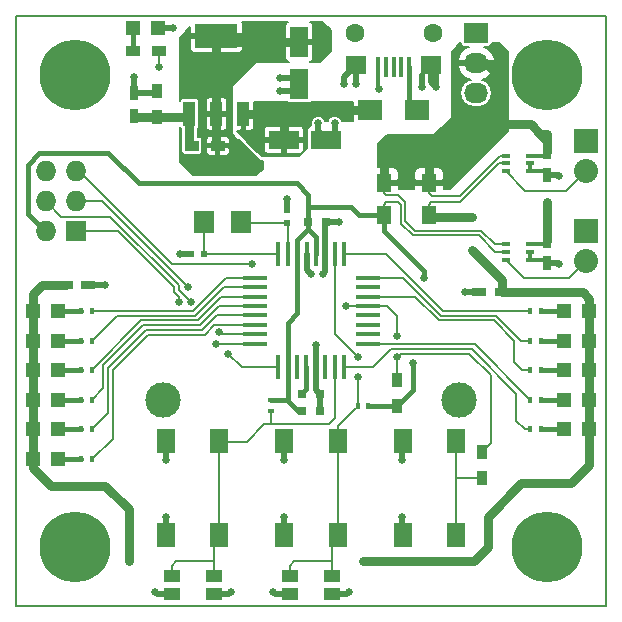
<source format=gtl>
%FSLAX46Y46*%
G04 Gerber Fmt 4.6, Leading zero omitted, Abs format (unit mm)*
G04 Created by KiCad (PCBNEW (2014-jul-16 BZR unknown)-product) date Thu 06 Nov 2014 11:15:42 PM PST*
%MOMM*%
G01*
G04 APERTURE LIST*
%ADD10C,0.100000*%
%ADD11C,0.150000*%
%ADD12R,1.200000X0.750000*%
%ADD13R,0.750000X1.200000*%
%ADD14R,0.800000X0.750000*%
%ADD15R,2.600960X1.600200*%
%ADD16R,1.600200X2.600960*%
%ADD17R,1.198880X1.198880*%
%ADD18R,2.000000X1.700000*%
%ADD19R,2.032000X1.727200*%
%ADD20O,2.032000X1.727200*%
%ADD21C,6.000000*%
%ADD22R,1.727200X1.727200*%
%ADD23O,1.727200X1.727200*%
%ADD24C,1.600000*%
%ADD25R,0.400000X1.750000*%
%ADD26R,1.800000X1.600000*%
%ADD27R,2.032000X2.032000*%
%ADD28O,2.032000X2.032000*%
%ADD29C,2.999740*%
%ADD30R,0.400000X0.600000*%
%ADD31R,0.600000X0.400000*%
%ADD32R,1.200000X0.900000*%
%ADD33R,1.300000X1.500000*%
%ADD34R,0.900000X1.200000*%
%ADD35R,0.449580X1.998980*%
%ADD36R,1.998980X0.449580*%
%ADD37R,0.660400X0.406400*%
%ADD38R,1.700000X1.900000*%
%ADD39R,1.500000X2.000000*%
%ADD40R,0.600000X0.500000*%
%ADD41R,0.500000X0.600000*%
%ADD42C,0.100000*%
%ADD43R,1.400000X1.050000*%
%ADD44R,3.657600X2.032000*%
%ADD45R,1.016000X2.032000*%
%ADD46C,0.635000*%
%ADD47C,0.508000*%
%ADD48C,0.304800*%
%ADD49C,0.406400*%
%ADD50C,0.203200*%
%ADD51C,0.762000*%
G04 APERTURE END LIST*
D10*
D11*
X0Y0D02*
X0Y50000000D01*
X50000000Y0D02*
X0Y0D01*
X50000000Y50000000D02*
X0Y50000000D01*
X50000000Y0D02*
X50000000Y50000000D01*
D12*
X41150000Y26600000D03*
X39250000Y26600000D03*
D13*
X45000000Y30950000D03*
X45000000Y29050000D03*
D14*
X24750000Y32500000D03*
X26250000Y32500000D03*
X24250000Y16500000D03*
X25750000Y16500000D03*
X24250000Y18000000D03*
X25750000Y18000000D03*
D12*
X4250000Y27200000D03*
X6150000Y27200000D03*
D15*
X22699140Y39500000D03*
X26300860Y39500000D03*
D13*
X10000000Y41550000D03*
X10000000Y43450000D03*
X45000000Y38450000D03*
X45000000Y36550000D03*
D16*
X24000000Y47800860D03*
X24000000Y44199140D03*
D17*
X9950980Y49000000D03*
X12049020Y49000000D03*
X48549020Y15000000D03*
X46450980Y15000000D03*
X48549020Y17500000D03*
X46450980Y17500000D03*
X48549020Y20000000D03*
X46450980Y20000000D03*
X48549020Y22500000D03*
X46450980Y22500000D03*
X48549020Y25000000D03*
X46450980Y25000000D03*
X1450980Y25000000D03*
X3549020Y25000000D03*
X1450980Y22500000D03*
X3549020Y22500000D03*
X1450980Y20000000D03*
X3549020Y20000000D03*
X1450980Y17500000D03*
X3549020Y17500000D03*
X1450980Y15000000D03*
X3549020Y15000000D03*
X1450980Y12500000D03*
X3549020Y12500000D03*
D18*
X34000000Y42000000D03*
X30000000Y42000000D03*
D19*
X39000000Y48540000D03*
D20*
X39000000Y46000000D03*
X39000000Y43460000D03*
D21*
X45000000Y5000000D03*
X5000000Y5000000D03*
X5000000Y45000000D03*
X45000000Y45000000D03*
D22*
X5080000Y31750000D03*
D23*
X2540000Y31750000D03*
X5080000Y34290000D03*
X2540000Y34290000D03*
X5080000Y36830000D03*
X2540000Y36830000D03*
D24*
X28700000Y48500000D03*
X35300000Y48500000D03*
D25*
X32000000Y45625000D03*
X31350000Y45625000D03*
X30700000Y45625000D03*
X33300000Y45625000D03*
X32650000Y45625000D03*
D26*
X28800000Y45825000D03*
X35200000Y45825000D03*
D27*
X48260000Y39370000D03*
D28*
X48260000Y36830000D03*
D27*
X48260000Y31750000D03*
D28*
X48260000Y29210000D03*
D29*
X37500000Y17500000D03*
X12500000Y17500000D03*
D30*
X6450000Y25000000D03*
X5550000Y25000000D03*
X6450000Y22500000D03*
X5550000Y22500000D03*
X6450000Y20000000D03*
X5550000Y20000000D03*
X6450000Y17500000D03*
X5550000Y17500000D03*
X6450000Y15000000D03*
X5550000Y15000000D03*
X6450000Y12500000D03*
X5550000Y12500000D03*
X43550000Y15000000D03*
X44450000Y15000000D03*
X43550000Y17500000D03*
X44450000Y17500000D03*
X43550000Y20000000D03*
X44450000Y20000000D03*
X43550000Y22500000D03*
X44450000Y22500000D03*
X44450000Y25000000D03*
X43550000Y25000000D03*
X28950000Y17000000D03*
X29850000Y17000000D03*
D31*
X21600000Y16550000D03*
X21600000Y17450000D03*
D32*
X12100000Y47000000D03*
X9900000Y47000000D03*
D33*
X31200000Y35850000D03*
X31200000Y33150000D03*
X35000000Y35850000D03*
X35000000Y33150000D03*
D32*
X17100000Y39000000D03*
X14900000Y39000000D03*
D34*
X12000000Y41400000D03*
X12000000Y43600000D03*
X32300000Y19200000D03*
X32300000Y17000000D03*
X39500000Y10900000D03*
X39500000Y13100000D03*
D35*
X22223780Y29815840D03*
X23023880Y29815840D03*
X23823980Y29815840D03*
X24624080Y29815840D03*
X25424180Y29815840D03*
X26224280Y29815840D03*
X27024380Y29815840D03*
X27824480Y29815840D03*
X27819400Y20250200D03*
X22206000Y20250200D03*
X23018800Y20250200D03*
X23831600Y20250200D03*
X24619000Y20250200D03*
X25431800Y20250200D03*
X26219200Y20250200D03*
X27032000Y20250200D03*
D36*
X29826000Y27824480D03*
X29826000Y27026920D03*
X29826000Y26224280D03*
X29826000Y25426720D03*
X29826000Y24624080D03*
X29826000Y23826520D03*
X29826000Y23023880D03*
X29826000Y22226320D03*
X20224800Y27819400D03*
X20224800Y27032000D03*
X20224800Y26219200D03*
X20224800Y25431800D03*
X20224800Y24644400D03*
X20224800Y23831600D03*
X20224800Y23018800D03*
X20224800Y22206000D03*
D37*
X43516000Y36839600D03*
X43516000Y38160400D03*
X43516000Y37500000D03*
X41484000Y38160400D03*
X41484000Y36839600D03*
X41484000Y37500000D03*
X43516000Y29339600D03*
X43516000Y30660400D03*
X43516000Y30000000D03*
X41484000Y30660400D03*
X41484000Y29339600D03*
X41484000Y30000000D03*
D38*
X15950000Y32500000D03*
X19050000Y32500000D03*
D39*
X17250000Y6000000D03*
X17250000Y14000000D03*
X12750000Y14000000D03*
X12750000Y6000000D03*
X27250000Y6000000D03*
X27250000Y14000000D03*
X22750000Y14000000D03*
X22750000Y6000000D03*
X37250000Y6000000D03*
X37250000Y14000000D03*
X32750000Y14000000D03*
X32750000Y6000000D03*
D40*
X15950000Y29800000D03*
X14850000Y29800000D03*
D41*
X23000000Y32450000D03*
X23000000Y33550000D03*
D42*
X31190000Y34000000D03*
X31210000Y34000000D03*
X31190000Y35000000D03*
X31210000Y35000000D03*
X34990000Y34000000D03*
X35010000Y34000000D03*
X34990000Y35000000D03*
X35010000Y35000000D03*
D43*
X13200000Y2525000D03*
X13200000Y1075000D03*
X16800000Y2525000D03*
X16800000Y1075000D03*
X23200000Y2525000D03*
X23200000Y1075000D03*
X26800000Y2525000D03*
X26800000Y1075000D03*
D44*
X17000000Y48302000D03*
D45*
X17000000Y41698000D03*
X19286000Y41698000D03*
X14714000Y41698000D03*
D46*
X28200000Y1200000D03*
X21800000Y1200000D03*
X11800000Y1200000D03*
X18200000Y1200000D03*
X30800000Y43800000D03*
X46000000Y36400000D03*
X46000000Y29000000D03*
X25400000Y22100000D03*
X38000000Y26600000D03*
X7600000Y27200000D03*
X28800000Y44200000D03*
X27800000Y44200000D03*
X25600000Y40900000D03*
X27000000Y40900000D03*
X10000000Y44800000D03*
X13300000Y49000000D03*
X35600000Y44000000D03*
X34400000Y44000000D03*
X13900000Y29800000D03*
X23000000Y34500000D03*
X26000000Y28100000D03*
X25000000Y28100000D03*
X27400000Y32500000D03*
X22400000Y44700000D03*
X22400000Y43600000D03*
X12700000Y12400000D03*
X12700000Y7600000D03*
X22700000Y12400000D03*
X22700000Y7600000D03*
X32700000Y12400000D03*
X32700000Y7600000D03*
X33600000Y20600000D03*
X34600000Y27800000D03*
X45000000Y40000000D03*
X45000000Y34200000D03*
X12100000Y45700000D03*
X29400000Y3800000D03*
X9600000Y3800000D03*
X38600000Y33000000D03*
X38600000Y30200000D03*
X17000000Y44900000D03*
X17000000Y22200000D03*
X13800000Y25800000D03*
X14600000Y27000000D03*
X18000000Y21400000D03*
X14800000Y25800000D03*
X17200000Y23200000D03*
X20000000Y29000000D03*
X28000000Y25400000D03*
X32300000Y22900000D03*
X32300000Y21100000D03*
X29000000Y19400000D03*
X29000000Y21100000D03*
D47*
X26800000Y1075000D02*
X28075000Y1075000D01*
X28075000Y1075000D02*
X28200000Y1200000D01*
X23200000Y1075000D02*
X21925000Y1075000D01*
X21925000Y1075000D02*
X21800000Y1200000D01*
X13200000Y1075000D02*
X11925000Y1075000D01*
X11925000Y1075000D02*
X11800000Y1200000D01*
X16800000Y1075000D02*
X18075000Y1075000D01*
X18075000Y1075000D02*
X18200000Y1200000D01*
X25431800Y20250200D02*
X25431800Y22068200D01*
X25431800Y22068200D02*
X25400000Y22100000D01*
D48*
X30700000Y45625000D02*
X30700000Y43900000D01*
X30700000Y43900000D02*
X30800000Y43800000D01*
X43516000Y30000000D02*
X43516000Y29339600D01*
X43516000Y29339600D02*
X44710400Y29339600D01*
X44710400Y29339600D02*
X45000000Y29050000D01*
X43516000Y37500000D02*
X43516000Y36839600D01*
X43516000Y36839600D02*
X44710400Y36839600D01*
X44710400Y36839600D02*
X45000000Y36550000D01*
D47*
X45000000Y36550000D02*
X45850000Y36550000D01*
X45850000Y36550000D02*
X46000000Y36400000D01*
X45000000Y29050000D02*
X45950000Y29050000D01*
X45950000Y29050000D02*
X46000000Y29000000D01*
X25431800Y18318200D02*
X25431800Y22068200D01*
X25431800Y22068200D02*
X25400000Y22100000D01*
X25750000Y18000000D02*
X25431800Y18318200D01*
X25750000Y16500000D02*
X25750000Y18000000D01*
X39250000Y26600000D02*
X38000000Y26600000D01*
X6150000Y27200000D02*
X7600000Y27200000D01*
X27800000Y44200000D02*
X27800000Y44825000D01*
X27800000Y44825000D02*
X28800000Y45825000D01*
X28800000Y45825000D02*
X28800000Y44200000D01*
X24000000Y44199140D02*
X24000860Y44200000D01*
X27000000Y40199140D02*
X26300860Y39500000D01*
X27000000Y40900000D02*
X27000000Y40199140D01*
X25600000Y40200860D02*
X25600000Y40900000D01*
X26300860Y39500000D02*
X25600000Y40200860D01*
X10000000Y43450000D02*
X10000000Y44800000D01*
X11850000Y43450000D02*
X10000000Y43450000D01*
X12000000Y43600000D02*
X11850000Y43450000D01*
X12049020Y49000000D02*
X13300000Y49000000D01*
X35200000Y44400000D02*
X35600000Y44000000D01*
X34400000Y44000000D02*
X34400000Y45025000D01*
X35200000Y45825000D02*
X35200000Y44400000D01*
X35600000Y45425000D02*
X35200000Y45825000D01*
X35600000Y44000000D02*
X35600000Y45425000D01*
X14850000Y29800000D02*
X13900000Y29800000D01*
X23000000Y33550000D02*
X23000000Y34500000D01*
X26224280Y28324280D02*
X26000000Y28100000D01*
X25000000Y28100000D02*
X24624080Y28475920D01*
X24624080Y28475920D02*
X24624080Y29815840D01*
X26224280Y29815840D02*
X26224280Y28324280D01*
X26250000Y32500000D02*
X27400000Y32500000D01*
X26224280Y32474280D02*
X26250000Y32500000D01*
X26224280Y29815840D02*
X26224280Y32474280D01*
X23400860Y43600000D02*
X24000000Y44199140D01*
X22400000Y43600000D02*
X23400860Y43600000D01*
X23499140Y44700000D02*
X22400000Y44700000D01*
X24000000Y44199140D02*
X23499140Y44700000D01*
X12700000Y13950000D02*
X12700000Y12400000D01*
X12750000Y14000000D02*
X12700000Y13950000D01*
X12700000Y6050000D02*
X12700000Y7600000D01*
X12750000Y6000000D02*
X12700000Y6050000D01*
X22700000Y13950000D02*
X22700000Y12400000D01*
X22750000Y14000000D02*
X22700000Y13950000D01*
X22700000Y6050000D02*
X22700000Y7600000D01*
X22750000Y6000000D02*
X22700000Y6050000D01*
X32700000Y13950000D02*
X32700000Y12400000D01*
X32750000Y14000000D02*
X32700000Y13950000D01*
X32700000Y6050000D02*
X32700000Y7600000D01*
X32750000Y6000000D02*
X32700000Y6050000D01*
D49*
X24750000Y33800000D02*
X28400000Y33800000D01*
X29050000Y33150000D02*
X31200000Y33150000D01*
X28400000Y33800000D02*
X29050000Y33150000D01*
X32300000Y17000000D02*
X33600000Y18300000D01*
X33600000Y18300000D02*
X33600000Y20600000D01*
X34600000Y27800000D02*
X34600000Y28400000D01*
X34600000Y28400000D02*
X31200000Y31800000D01*
X31200000Y31800000D02*
X31200000Y33150000D01*
X31190000Y33160000D02*
X31200000Y33150000D01*
X2540000Y31750000D02*
X2450000Y31750000D01*
X2450000Y31750000D02*
X1000000Y33200000D01*
X1000000Y33200000D02*
X1000000Y37400000D01*
X1000000Y37400000D02*
X2000000Y38400000D01*
X2000000Y38400000D02*
X7800000Y38400000D01*
X7800000Y38400000D02*
X10400000Y35800000D01*
X10400000Y35800000D02*
X23800000Y35800000D01*
X23800000Y35800000D02*
X24750000Y34850000D01*
X24750000Y34850000D02*
X24750000Y33800000D01*
X24750000Y33800000D02*
X24750000Y32500000D01*
X21600000Y17450000D02*
X22950000Y17450000D01*
X23018800Y20250200D02*
X23018800Y24018800D01*
X23823980Y24823980D02*
X23823980Y29815840D01*
X23018800Y24018800D02*
X23823980Y24823980D01*
X22950000Y17450000D02*
X23018800Y17381200D01*
X29850000Y17000000D02*
X32300000Y17000000D01*
X24250000Y16500000D02*
X23900000Y16500000D01*
X23900000Y16500000D02*
X23018800Y17381200D01*
X23018800Y17381200D02*
X23018800Y20250200D01*
X23823980Y29815840D02*
X23823980Y31023980D01*
X23823980Y31023980D02*
X24750000Y31950000D01*
X24750000Y31950000D02*
X25424180Y31275820D01*
X25424180Y31275820D02*
X25424180Y29815840D01*
X24750000Y32500000D02*
X24750000Y31950000D01*
D50*
X23800000Y29839820D02*
X23823980Y29815840D01*
X31400000Y34200000D02*
X31390000Y34200000D01*
X32000000Y34200000D02*
X32400000Y34200000D01*
X32000000Y34200000D02*
X31400000Y34200000D01*
X31390000Y34200000D02*
X31200000Y34010000D01*
X31200000Y34010000D02*
X31200000Y33150000D01*
X32600000Y34000000D02*
X32400000Y34200000D01*
X32600000Y33200000D02*
X32600000Y34000000D01*
X32600000Y32400000D02*
X32600000Y33200000D01*
X33600000Y31400000D02*
X32600000Y32400000D01*
X39200000Y31400000D02*
X33600000Y31400000D01*
X40600000Y30000000D02*
X39200000Y31400000D01*
X35000000Y34990000D02*
X35000000Y35850000D01*
X35234398Y34755602D02*
X35000000Y34990000D01*
X35244398Y34755602D02*
X35234398Y34755602D01*
D48*
X43516000Y30660400D02*
X44710400Y30660400D01*
X44710400Y30660400D02*
X45000000Y30950000D01*
X43516000Y38160400D02*
X44710400Y38160400D01*
X44710400Y38160400D02*
X45000000Y38450000D01*
D51*
X34990000Y35840000D02*
X35000000Y35850000D01*
X31190000Y35840000D02*
X31200000Y35850000D01*
X32000000Y38200000D02*
X31200000Y37400000D01*
X35000000Y38200000D02*
X32000000Y38200000D01*
X31200000Y37400000D02*
X31200000Y35850000D01*
X35000000Y35850000D02*
X35000000Y37000000D01*
X35000000Y37000000D02*
X35000000Y38200000D01*
X41000000Y40800000D02*
X38400000Y38200000D01*
X38400000Y38200000D02*
X35000000Y38200000D01*
X45000000Y40000000D02*
X45000000Y39400000D01*
X45000000Y30950000D02*
X45000000Y34200000D01*
X45000000Y40000000D02*
X44400000Y40000000D01*
X39000000Y46000000D02*
X39800000Y46000000D01*
X39800000Y46000000D02*
X41000000Y44800000D01*
X45000000Y39400000D02*
X45000000Y38450000D01*
X43600000Y40800000D02*
X44400000Y40000000D01*
X44400000Y40000000D02*
X45000000Y39400000D01*
X41000000Y40800000D02*
X43600000Y40800000D01*
X41000000Y44800000D02*
X41000000Y40800000D01*
D50*
X12100000Y45700000D02*
X12100000Y47000000D01*
X31600000Y34800000D02*
X31390000Y34800000D01*
X31390000Y34800000D02*
X31200000Y34990000D01*
X31200000Y34990000D02*
X31200000Y35850000D01*
X32000000Y34800000D02*
X31600000Y34800000D01*
X31600000Y34800000D02*
X31400000Y34800000D01*
X33000000Y34200000D02*
X32400000Y34800000D01*
X33000000Y32600000D02*
X33000000Y34200000D01*
X33800000Y31800000D02*
X33000000Y32600000D01*
X39400000Y31800000D02*
X33800000Y31800000D01*
X32000000Y34800000D02*
X32400000Y34800000D01*
X40539600Y30660400D02*
X39400000Y31800000D01*
X36800000Y34755602D02*
X35244398Y34755602D01*
X37600000Y34755602D02*
X36800000Y34755602D01*
X41004798Y38160400D02*
X37600000Y34755602D01*
D49*
X24250000Y18050000D02*
X24619000Y18419000D01*
X24619000Y18419000D02*
X24619000Y20250200D01*
X24250000Y18000000D02*
X24250000Y18050000D01*
D50*
X15950000Y32500000D02*
X15950000Y29800000D01*
X22207940Y29800000D02*
X22223780Y29815840D01*
X15950000Y29800000D02*
X22207940Y29800000D01*
X23023880Y32426120D02*
X23000000Y32450000D01*
X23023880Y29815840D02*
X23023880Y32426120D01*
X19100000Y32450000D02*
X19050000Y32500000D01*
X23000000Y32450000D02*
X19100000Y32450000D01*
D51*
X29400000Y3800000D02*
X38800000Y3800000D01*
X48549020Y15000000D02*
X48549020Y12349020D01*
X42800000Y10400000D02*
X40000000Y7600000D01*
X47000000Y10400000D02*
X42800000Y10400000D01*
X48549020Y11949020D02*
X47000000Y10400000D01*
X48549020Y12349020D02*
X48549020Y11949020D01*
X9600000Y3800000D02*
X9600000Y7400000D01*
X9600000Y7400000D02*
X9600000Y7800000D01*
X9600000Y7800000D02*
X9600000Y8200000D01*
X9600000Y8200000D02*
X7600000Y10200000D01*
X7600000Y10200000D02*
X3000000Y10200000D01*
X3000000Y10200000D02*
X1450980Y11749020D01*
X1450980Y11749020D02*
X1450980Y12500000D01*
X40000000Y5000000D02*
X40000000Y7600000D01*
X38800000Y3800000D02*
X40000000Y5000000D01*
X37200000Y33000000D02*
X35150000Y33000000D01*
X35150000Y33000000D02*
X35000000Y33150000D01*
X48549020Y25000000D02*
X48549020Y26050980D01*
X48000000Y26600000D02*
X41150000Y26600000D01*
X48549020Y26050980D02*
X48000000Y26600000D01*
X41150000Y26600000D02*
X41150000Y27650000D01*
X38600000Y33000000D02*
X37200000Y33000000D01*
X37200000Y33000000D02*
X37400000Y33000000D01*
X41150000Y27650000D02*
X38600000Y30200000D01*
X1450980Y25000000D02*
X1450980Y26450980D01*
X2200000Y27200000D02*
X4250000Y27200000D01*
X1450980Y26450980D02*
X2200000Y27200000D01*
X48549020Y15000000D02*
X48549020Y17500000D01*
X48549020Y17500000D02*
X48549020Y20000000D01*
X48549020Y20000000D02*
X48549020Y22500000D01*
X48549020Y22500000D02*
X48549020Y25000000D01*
X1450980Y12500000D02*
X1450980Y15000000D01*
X1450980Y15000000D02*
X1450980Y17500000D01*
X1450980Y17500000D02*
X1450980Y20000000D01*
X1450980Y20000000D02*
X1450980Y22500000D01*
X1450980Y22500000D02*
X1450980Y25000000D01*
D50*
X35200000Y34200000D02*
X35190000Y34200000D01*
X36600000Y34200000D02*
X35200000Y34200000D01*
X35190000Y34200000D02*
X35000000Y34010000D01*
X35000000Y34010000D02*
X35000000Y33150000D01*
X37600000Y34200000D02*
X36600000Y34200000D01*
X40900000Y37500000D02*
X37600000Y34200000D01*
D51*
X23000000Y42000000D02*
X22698000Y41698000D01*
X22698000Y41698000D02*
X19286000Y41698000D01*
X30000000Y42000000D02*
X23000000Y42000000D01*
X22699140Y41696860D02*
X22698000Y41698000D01*
X22699140Y39500000D02*
X22699140Y41696860D01*
X14714000Y39186000D02*
X14714000Y41698000D01*
X14900000Y39000000D02*
X14714000Y39186000D01*
X14416000Y41400000D02*
X14714000Y41698000D01*
X10150000Y41400000D02*
X14416000Y41400000D01*
X10000000Y41550000D02*
X10150000Y41400000D01*
X14416000Y41400000D02*
X14714000Y41698000D01*
X12000000Y41400000D02*
X14416000Y41400000D01*
X17000000Y44900000D02*
X17000000Y48302000D01*
X17501140Y47800860D02*
X17000000Y48302000D01*
X24000000Y47800860D02*
X17501140Y47800860D01*
X17000000Y41698000D02*
X17000000Y44900000D01*
X17000000Y39100000D02*
X17100000Y39000000D01*
X17000000Y41698000D02*
X17000000Y39100000D01*
D50*
X9950980Y47050980D02*
X9900000Y47000000D01*
D49*
X9950980Y49000000D02*
X9950980Y47050980D01*
X44450000Y15000000D02*
X46450980Y15000000D01*
X44450000Y17500000D02*
X46450980Y17500000D01*
X44450000Y20000000D02*
X46450980Y20000000D01*
X44450000Y22500000D02*
X46450980Y22500000D01*
X44450000Y25000000D02*
X46450980Y25000000D01*
X3549020Y25000000D02*
X5550000Y25000000D01*
X5550000Y22500000D02*
X3549020Y22500000D01*
X3549020Y20000000D02*
X5550000Y20000000D01*
X5550000Y17500000D02*
X3549020Y17500000D01*
X3549020Y15000000D02*
X5550000Y15000000D01*
X5550000Y12500000D02*
X3549020Y12500000D01*
X33300000Y42700000D02*
X34000000Y42000000D01*
X33300000Y45625000D02*
X33300000Y42700000D01*
D50*
X13800000Y25800000D02*
X13800000Y26200000D01*
X16994000Y22206000D02*
X17000000Y22200000D01*
X20224800Y22206000D02*
X16994000Y22206000D01*
X8650000Y31750000D02*
X5080000Y31750000D01*
X13400000Y27000000D02*
X8650000Y31750000D01*
X13400000Y26600000D02*
X13400000Y27000000D01*
X13800000Y26200000D02*
X13400000Y26600000D01*
X5080000Y34290000D02*
X7310000Y34290000D01*
X7310000Y34290000D02*
X14600000Y27000000D01*
X22206000Y20250200D02*
X19149800Y20250200D01*
X14600000Y27000000D02*
X14600000Y27200000D01*
X19149800Y20250200D02*
X18000000Y21400000D01*
X20224800Y23018800D02*
X17381200Y23018800D01*
X3830000Y33000000D02*
X2540000Y34290000D01*
X8000000Y33000000D02*
X3830000Y33000000D01*
X13800000Y27200000D02*
X8000000Y33000000D01*
X13800000Y26800000D02*
X13800000Y27200000D01*
X14800000Y25800000D02*
X13800000Y26800000D01*
X17381200Y23018800D02*
X17200000Y23200000D01*
X38400000Y21400000D02*
X40200000Y19600000D01*
X40200000Y13800000D02*
X39500000Y13100000D01*
X40200000Y19600000D02*
X40200000Y13800000D01*
X29826000Y25426720D02*
X28026720Y25426720D01*
X13200000Y29000000D02*
X5370000Y36830000D01*
X20000000Y29000000D02*
X13200000Y29000000D01*
X28026720Y25426720D02*
X28000000Y25400000D01*
X5370000Y36830000D02*
X5080000Y36830000D01*
X32300000Y19200000D02*
X32300000Y21100000D01*
X31473280Y25426720D02*
X29826000Y25426720D01*
X32300000Y24600000D02*
X31473280Y25426720D01*
X32300000Y22900000D02*
X32300000Y24600000D01*
X32600000Y21400000D02*
X32300000Y21100000D01*
X38300000Y21400000D02*
X38400000Y21400000D01*
X38400000Y21400000D02*
X32600000Y21400000D01*
X48260000Y36830000D02*
X46630000Y35200000D01*
X43123600Y35200000D02*
X41484000Y36839600D01*
X46630000Y35200000D02*
X43123600Y35200000D01*
X48260000Y29210000D02*
X46850000Y27800000D01*
X43023600Y27800000D02*
X41484000Y29339600D01*
X46850000Y27800000D02*
X43023600Y27800000D01*
X17819400Y27819400D02*
X15000000Y25000000D01*
X15000000Y25000000D02*
X6450000Y25000000D01*
X20224800Y27819400D02*
X17819400Y27819400D01*
X17632000Y27032000D02*
X15200000Y24600000D01*
X15200000Y24600000D02*
X8550000Y24600000D01*
X8550000Y24600000D02*
X6450000Y22500000D01*
X20224800Y27032000D02*
X17632000Y27032000D01*
X20205600Y26200000D02*
X20224800Y26219200D01*
X10650000Y24200000D02*
X15400000Y24200000D01*
X15400000Y24200000D02*
X17400000Y26200000D01*
X17400000Y26200000D02*
X20205600Y26200000D01*
X6450000Y20000000D02*
X10650000Y24200000D01*
X7400000Y18450000D02*
X7400000Y20400000D01*
X7400000Y20400000D02*
X10800000Y23800000D01*
X10800000Y23800000D02*
X15600000Y23800000D01*
X15600000Y23800000D02*
X17231800Y25431800D01*
X17231800Y25431800D02*
X20224800Y25431800D01*
X6450000Y17500000D02*
X7400000Y18450000D01*
X7800000Y16350000D02*
X7800000Y20200000D01*
X7800000Y20200000D02*
X11000000Y23400000D01*
X11000000Y23400000D02*
X15800000Y23400000D01*
X15800000Y23400000D02*
X17044400Y24644400D01*
X17044400Y24644400D02*
X20224800Y24644400D01*
X6450000Y15000000D02*
X7800000Y16350000D01*
X16831600Y23831600D02*
X20224800Y23831600D01*
X16000000Y23000000D02*
X16831600Y23831600D01*
X11200000Y23000000D02*
X16000000Y23000000D01*
X8200000Y20000000D02*
X11200000Y23000000D01*
X8200000Y14200000D02*
X8200000Y20000000D01*
X6500000Y12500000D02*
X8200000Y14200000D01*
X6450000Y12500000D02*
X6500000Y12500000D01*
X43100000Y15000000D02*
X42400000Y15700000D01*
X42400000Y15700000D02*
X42400000Y18000000D01*
X42400000Y18000000D02*
X38600000Y21800000D01*
X38600000Y21800000D02*
X31800000Y21800000D01*
X31800000Y21800000D02*
X30250200Y20250200D01*
X30250200Y20250200D02*
X27819400Y20250200D01*
X43550000Y15000000D02*
X43100000Y15000000D01*
X38773680Y22226320D02*
X38800000Y22200000D01*
X38800000Y22200000D02*
X38850000Y22200000D01*
X38850000Y22200000D02*
X43550000Y17500000D01*
X29826000Y22226320D02*
X38773680Y22226320D01*
X33775720Y26224280D02*
X35800000Y24200000D01*
X35800000Y24200000D02*
X36800000Y24200000D01*
X36800000Y24200000D02*
X40100000Y24200000D01*
X40100000Y24200000D02*
X40500000Y24200000D01*
X40500000Y24200000D02*
X42200000Y22500000D01*
X42200000Y22500000D02*
X42200000Y20700000D01*
X42200000Y20700000D02*
X42900000Y20000000D01*
X42900000Y20000000D02*
X43550000Y20000000D01*
X29826000Y26224280D02*
X33775720Y26224280D01*
X42800000Y22500000D02*
X40700000Y24600000D01*
X40700000Y24600000D02*
X38800000Y24600000D01*
X38800000Y24600000D02*
X36000000Y24600000D01*
X36000000Y24600000D02*
X32775520Y27824480D01*
X32775520Y27824480D02*
X29826000Y27824480D01*
X43550000Y22500000D02*
X42800000Y22500000D01*
X36200000Y25000000D02*
X31384160Y29815840D01*
X31384160Y29815840D02*
X27824480Y29815840D01*
X43550000Y25000000D02*
X36200000Y25000000D01*
X23200000Y2525000D02*
X23200000Y3400000D01*
X23600000Y3800000D02*
X26800000Y3800000D01*
X23200000Y3400000D02*
X23600000Y3800000D01*
X26800000Y2525000D02*
X26800000Y3800000D01*
X26800000Y3800000D02*
X26800000Y5550000D01*
X26800000Y5550000D02*
X27250000Y6000000D01*
X29000000Y17150000D02*
X29000000Y19400000D01*
X27024380Y23075620D02*
X27024380Y29815840D01*
X27024380Y23075620D02*
X29000000Y21100000D01*
X27250000Y14000000D02*
X27250000Y15250000D01*
X27250000Y15250000D02*
X28800000Y16800000D01*
X27250000Y14000000D02*
X27250000Y6000000D01*
X27300000Y13950000D02*
X27250000Y14000000D01*
X13200000Y2525000D02*
X13200000Y3400000D01*
X13600000Y3800000D02*
X16800000Y3800000D01*
X13200000Y3400000D02*
X13600000Y3800000D01*
X16800000Y2525000D02*
X16800000Y3800000D01*
X16800000Y3800000D02*
X16800000Y5550000D01*
X16800000Y5550000D02*
X17250000Y6000000D01*
X21600000Y16550000D02*
X21600000Y15400000D01*
X17250000Y14000000D02*
X17250000Y6000000D01*
X17300000Y13950000D02*
X17250000Y14000000D01*
X19500000Y13950000D02*
X17300000Y13950000D01*
X21000000Y15400000D02*
X21600000Y15400000D01*
X21600000Y15400000D02*
X26500000Y15400000D01*
X26500000Y15400000D02*
X27032000Y15932000D01*
X27032000Y15932000D02*
X27032000Y20250200D01*
X19550000Y13950000D02*
X21000000Y15400000D01*
X19500000Y13950000D02*
X19550000Y13950000D01*
X37250000Y10900000D02*
X37250000Y6000000D01*
X37250000Y14000000D02*
X37250000Y10900000D01*
X39500000Y10900000D02*
X37250000Y10900000D01*
X41484000Y30000000D02*
X40600000Y30000000D01*
X41484000Y30660400D02*
X40539600Y30660400D01*
X41484000Y37500000D02*
X40900000Y37500000D01*
X41484000Y38160400D02*
X41004798Y38160400D01*
G36*
X41698400Y40242084D02*
X41128158Y39671842D01*
X40575815Y39119499D01*
X40575815Y45620254D01*
X40464378Y45847600D01*
X39152400Y45847600D01*
X39152400Y45827600D01*
X38847600Y45827600D01*
X38847600Y45847600D01*
X37535622Y45847600D01*
X37424185Y45620254D01*
X37655757Y45134075D01*
X38077856Y44743891D01*
X38541823Y44572725D01*
X38374597Y44539461D01*
X37995540Y44286184D01*
X37742263Y43907127D01*
X37653324Y43460000D01*
X37742263Y43012873D01*
X37995540Y42633816D01*
X38374597Y42380539D01*
X38821724Y42291600D01*
X39178276Y42291600D01*
X39625403Y42380539D01*
X40004460Y42633816D01*
X40257737Y43012873D01*
X40346676Y43460000D01*
X40257737Y43907127D01*
X40004460Y44286184D01*
X39625403Y44539461D01*
X39458176Y44572725D01*
X39922144Y44743891D01*
X40344243Y45134075D01*
X40575815Y45620254D01*
X40575815Y39119499D01*
X36757916Y35301600D01*
X36259600Y35301600D01*
X36259600Y35545200D01*
X36259600Y36154800D01*
X36259600Y36721257D01*
X36166794Y36945311D01*
X35995311Y37116794D01*
X35771257Y37209600D01*
X35528743Y37209600D01*
X35304800Y37209600D01*
X35152400Y37057200D01*
X35152400Y36002400D01*
X36107200Y36002400D01*
X36259600Y36154800D01*
X36259600Y35545200D01*
X36107200Y35697600D01*
X35152400Y35697600D01*
X35152400Y35677600D01*
X34847600Y35677600D01*
X34847600Y35697600D01*
X34847600Y36002400D01*
X34847600Y37057200D01*
X34695200Y37209600D01*
X34471257Y37209600D01*
X34228743Y37209600D01*
X34004689Y37116794D01*
X33833206Y36945311D01*
X33740400Y36721257D01*
X33740400Y36154800D01*
X33892800Y36002400D01*
X34847600Y36002400D01*
X34847600Y35697600D01*
X33892800Y35697600D01*
X33740400Y35545200D01*
X33740400Y35301600D01*
X32459600Y35301600D01*
X32459600Y35545200D01*
X32459600Y36154800D01*
X32459600Y36721257D01*
X32366794Y36945311D01*
X32195311Y37116794D01*
X31971257Y37209600D01*
X31728743Y37209600D01*
X31504800Y37209600D01*
X31352400Y37057200D01*
X31352400Y36002400D01*
X32307200Y36002400D01*
X32459600Y36154800D01*
X32459600Y35545200D01*
X32307200Y35697600D01*
X31352400Y35697600D01*
X31352400Y35677600D01*
X31047600Y35677600D01*
X31047600Y35697600D01*
X31027600Y35697600D01*
X31027600Y36002400D01*
X31047600Y36002400D01*
X31047600Y37057200D01*
X30895200Y37209600D01*
X30701600Y37209600D01*
X30701600Y39157916D01*
X31442084Y39898400D01*
X35442084Y39898400D01*
X36901600Y41357916D01*
X36901600Y46957916D01*
X37642084Y47698400D01*
X37679200Y47698400D01*
X37679200Y47615772D01*
X37725603Y47503745D01*
X37811344Y47418003D01*
X37923371Y47371600D01*
X38044628Y47371600D01*
X38390907Y47371600D01*
X38077856Y47256109D01*
X37655757Y46865925D01*
X37424185Y46379746D01*
X37535622Y46152400D01*
X38847600Y46152400D01*
X38847600Y46172400D01*
X39152400Y46172400D01*
X39152400Y46152400D01*
X40464378Y46152400D01*
X40575815Y46379746D01*
X40344243Y46865925D01*
X39922144Y47256109D01*
X39609092Y47371600D01*
X40076628Y47371600D01*
X40188655Y47418003D01*
X40274397Y47503744D01*
X40320800Y47615771D01*
X40320800Y47698400D01*
X40957916Y47698400D01*
X41698400Y46957916D01*
X41698400Y45666571D01*
X41695775Y45660249D01*
X41694627Y44345519D01*
X41698400Y44336388D01*
X41698400Y40242084D01*
X41698400Y40242084D01*
G37*
X41698400Y40242084D02*
X41128158Y39671842D01*
X40575815Y39119499D01*
X40575815Y45620254D01*
X40464378Y45847600D01*
X39152400Y45847600D01*
X39152400Y45827600D01*
X38847600Y45827600D01*
X38847600Y45847600D01*
X37535622Y45847600D01*
X37424185Y45620254D01*
X37655757Y45134075D01*
X38077856Y44743891D01*
X38541823Y44572725D01*
X38374597Y44539461D01*
X37995540Y44286184D01*
X37742263Y43907127D01*
X37653324Y43460000D01*
X37742263Y43012873D01*
X37995540Y42633816D01*
X38374597Y42380539D01*
X38821724Y42291600D01*
X39178276Y42291600D01*
X39625403Y42380539D01*
X40004460Y42633816D01*
X40257737Y43012873D01*
X40346676Y43460000D01*
X40257737Y43907127D01*
X40004460Y44286184D01*
X39625403Y44539461D01*
X39458176Y44572725D01*
X39922144Y44743891D01*
X40344243Y45134075D01*
X40575815Y45620254D01*
X40575815Y39119499D01*
X36757916Y35301600D01*
X36259600Y35301600D01*
X36259600Y35545200D01*
X36259600Y36154800D01*
X36259600Y36721257D01*
X36166794Y36945311D01*
X35995311Y37116794D01*
X35771257Y37209600D01*
X35528743Y37209600D01*
X35304800Y37209600D01*
X35152400Y37057200D01*
X35152400Y36002400D01*
X36107200Y36002400D01*
X36259600Y36154800D01*
X36259600Y35545200D01*
X36107200Y35697600D01*
X35152400Y35697600D01*
X35152400Y35677600D01*
X34847600Y35677600D01*
X34847600Y35697600D01*
X34847600Y36002400D01*
X34847600Y37057200D01*
X34695200Y37209600D01*
X34471257Y37209600D01*
X34228743Y37209600D01*
X34004689Y37116794D01*
X33833206Y36945311D01*
X33740400Y36721257D01*
X33740400Y36154800D01*
X33892800Y36002400D01*
X34847600Y36002400D01*
X34847600Y35697600D01*
X33892800Y35697600D01*
X33740400Y35545200D01*
X33740400Y35301600D01*
X32459600Y35301600D01*
X32459600Y35545200D01*
X32459600Y36154800D01*
X32459600Y36721257D01*
X32366794Y36945311D01*
X32195311Y37116794D01*
X31971257Y37209600D01*
X31728743Y37209600D01*
X31504800Y37209600D01*
X31352400Y37057200D01*
X31352400Y36002400D01*
X32307200Y36002400D01*
X32459600Y36154800D01*
X32459600Y35545200D01*
X32307200Y35697600D01*
X31352400Y35697600D01*
X31352400Y35677600D01*
X31047600Y35677600D01*
X31047600Y35697600D01*
X31027600Y35697600D01*
X31027600Y36002400D01*
X31047600Y36002400D01*
X31047600Y37057200D01*
X30895200Y37209600D01*
X30701600Y37209600D01*
X30701600Y39157916D01*
X31442084Y39898400D01*
X35442084Y39898400D01*
X36901600Y41357916D01*
X36901600Y46957916D01*
X37642084Y47698400D01*
X37679200Y47698400D01*
X37679200Y47615772D01*
X37725603Y47503745D01*
X37811344Y47418003D01*
X37923371Y47371600D01*
X38044628Y47371600D01*
X38390907Y47371600D01*
X38077856Y47256109D01*
X37655757Y46865925D01*
X37424185Y46379746D01*
X37535622Y46152400D01*
X38847600Y46152400D01*
X38847600Y46172400D01*
X39152400Y46172400D01*
X39152400Y46152400D01*
X40464378Y46152400D01*
X40575815Y46379746D01*
X40344243Y46865925D01*
X39922144Y47256109D01*
X39609092Y47371600D01*
X40076628Y47371600D01*
X40188655Y47418003D01*
X40274397Y47503744D01*
X40320800Y47615771D01*
X40320800Y47698400D01*
X40957916Y47698400D01*
X41698400Y46957916D01*
X41698400Y45666571D01*
X41695775Y45660249D01*
X41694627Y44345519D01*
X41698400Y44336388D01*
X41698400Y40242084D01*
G36*
X26698400Y47042084D02*
X25757916Y46101600D01*
X24899334Y46101600D01*
X25030307Y46155851D01*
X25144629Y46270173D01*
X25206500Y46419542D01*
X25206500Y47546860D01*
X25104900Y47648460D01*
X24152400Y47648460D01*
X24152400Y47628460D01*
X23847600Y47628460D01*
X23847600Y47648460D01*
X22895100Y47648460D01*
X22793500Y47546860D01*
X22793500Y46419542D01*
X22855371Y46270173D01*
X22969693Y46155851D01*
X23100665Y46101600D01*
X20357916Y46101600D01*
X19235200Y44978884D01*
X19235200Y47205162D01*
X19235200Y47366838D01*
X19235200Y48048000D01*
X19133600Y48149600D01*
X17152400Y48149600D01*
X17152400Y46981200D01*
X17254000Y46879600D01*
X18909638Y46879600D01*
X19059007Y46941471D01*
X19173329Y47055793D01*
X19235200Y47205162D01*
X19235200Y44978884D01*
X18298400Y44042084D01*
X18298400Y43104800D01*
X18295200Y43104800D01*
X18295200Y42600000D01*
X18295200Y41800000D01*
X18295200Y40073748D01*
X18298400Y40070548D01*
X18298400Y39957916D01*
X18757916Y39498400D01*
X18870548Y39498400D01*
X20673748Y37695200D01*
X20898400Y37695200D01*
X20898400Y37042084D01*
X20357916Y36501600D01*
X18106400Y36501600D01*
X18106400Y38469162D01*
X18106400Y38630838D01*
X18106400Y38746000D01*
X18106400Y39254000D01*
X18106400Y39369162D01*
X18106400Y39530838D01*
X18044529Y39680207D01*
X17930207Y39794529D01*
X17914400Y39801077D01*
X17914400Y40601162D01*
X17914400Y40762838D01*
X17914400Y41444000D01*
X17914400Y41952000D01*
X17914400Y42633162D01*
X17914400Y42794838D01*
X17852529Y42944207D01*
X17738207Y43058529D01*
X17588838Y43120400D01*
X17254000Y43120400D01*
X17152400Y43018800D01*
X17152400Y41850400D01*
X17812800Y41850400D01*
X17914400Y41952000D01*
X17914400Y41444000D01*
X17812800Y41545600D01*
X17152400Y41545600D01*
X17152400Y40377200D01*
X17254000Y40275600D01*
X17588838Y40275600D01*
X17738207Y40337471D01*
X17852529Y40451793D01*
X17914400Y40601162D01*
X17914400Y39801077D01*
X17780838Y39856400D01*
X17354000Y39856400D01*
X17252400Y39754800D01*
X17252400Y39152400D01*
X18004800Y39152400D01*
X18106400Y39254000D01*
X18106400Y38746000D01*
X18004800Y38847600D01*
X17252400Y38847600D01*
X17252400Y38245200D01*
X17354000Y38143600D01*
X17780838Y38143600D01*
X17930207Y38205471D01*
X18044529Y38319793D01*
X18106400Y38469162D01*
X18106400Y36501600D01*
X16947600Y36501600D01*
X16947600Y38245200D01*
X16947600Y38847600D01*
X16947600Y39152400D01*
X16947600Y39754800D01*
X16847600Y39854800D01*
X16847600Y40377200D01*
X16847600Y41545600D01*
X16847600Y41850400D01*
X16847600Y43018800D01*
X16847600Y46981200D01*
X16847600Y48149600D01*
X14866400Y48149600D01*
X14764800Y48048000D01*
X14764800Y47366838D01*
X14764800Y47205162D01*
X14826671Y47055793D01*
X14940993Y46941471D01*
X15090362Y46879600D01*
X16746000Y46879600D01*
X16847600Y46981200D01*
X16847600Y43018800D01*
X16746000Y43120400D01*
X16411162Y43120400D01*
X16261793Y43058529D01*
X16147471Y42944207D01*
X16085600Y42794838D01*
X16085600Y42633162D01*
X16085600Y41952000D01*
X16187200Y41850400D01*
X16847600Y41850400D01*
X16847600Y41545600D01*
X16187200Y41545600D01*
X16085600Y41444000D01*
X16085600Y40762838D01*
X16085600Y40601162D01*
X16147471Y40451793D01*
X16261793Y40337471D01*
X16411162Y40275600D01*
X16746000Y40275600D01*
X16847600Y40377200D01*
X16847600Y39854800D01*
X16846000Y39856400D01*
X16419162Y39856400D01*
X16269793Y39794529D01*
X16155471Y39680207D01*
X16093600Y39530838D01*
X16093600Y39369162D01*
X16093600Y39254000D01*
X16195200Y39152400D01*
X16947600Y39152400D01*
X16947600Y38847600D01*
X16195200Y38847600D01*
X16093600Y38746000D01*
X16093600Y38630838D01*
X16093600Y38469162D01*
X16155471Y38319793D01*
X16269793Y38205471D01*
X16419162Y38143600D01*
X16846000Y38143600D01*
X16947600Y38245200D01*
X16947600Y36501600D01*
X15042084Y36501600D01*
X13901600Y37642084D01*
X13901600Y40620407D01*
X13947603Y40509345D01*
X14028200Y40428748D01*
X14028200Y39590299D01*
X13995200Y39510629D01*
X13995200Y39389372D01*
X13995200Y38489372D01*
X14041603Y38377345D01*
X14127344Y38291603D01*
X14239371Y38245200D01*
X14360628Y38245200D01*
X15560628Y38245200D01*
X15672655Y38291603D01*
X15758397Y38377344D01*
X15804800Y38489371D01*
X15804800Y38610628D01*
X15804800Y39510628D01*
X15758397Y39622655D01*
X15672656Y39708397D01*
X15560629Y39754800D01*
X15439372Y39754800D01*
X15399800Y39754800D01*
X15399800Y40428748D01*
X15480397Y40509344D01*
X15526800Y40621371D01*
X15526800Y40742628D01*
X15526800Y42774628D01*
X15480397Y42886655D01*
X15394656Y42972397D01*
X15282629Y43018800D01*
X15161372Y43018800D01*
X14145372Y43018800D01*
X14033345Y42972397D01*
X13947603Y42886656D01*
X13901600Y42775595D01*
X13901600Y48157916D01*
X14764800Y49021116D01*
X14764800Y48556000D01*
X14866400Y48454400D01*
X16847600Y48454400D01*
X16847600Y48474400D01*
X17152400Y48474400D01*
X17152400Y48454400D01*
X19133600Y48454400D01*
X19235200Y48556000D01*
X19235200Y49237162D01*
X19235200Y49398838D01*
X19193959Y49498400D01*
X23096513Y49498400D01*
X22969693Y49445869D01*
X22855371Y49331547D01*
X22793500Y49182178D01*
X22793500Y48054860D01*
X22895100Y47953260D01*
X23847600Y47953260D01*
X23847600Y47973260D01*
X24152400Y47973260D01*
X24152400Y47953260D01*
X25104900Y47953260D01*
X25206500Y48054860D01*
X25206500Y49182178D01*
X25144629Y49331547D01*
X25030307Y49445869D01*
X24903486Y49498400D01*
X25400000Y49498400D01*
X25957916Y49498400D01*
X26698400Y48757916D01*
X26698400Y47042084D01*
X26698400Y47042084D01*
G37*
X26698400Y47042084D02*
X25757916Y46101600D01*
X24899334Y46101600D01*
X25030307Y46155851D01*
X25144629Y46270173D01*
X25206500Y46419542D01*
X25206500Y47546860D01*
X25104900Y47648460D01*
X24152400Y47648460D01*
X24152400Y47628460D01*
X23847600Y47628460D01*
X23847600Y47648460D01*
X22895100Y47648460D01*
X22793500Y47546860D01*
X22793500Y46419542D01*
X22855371Y46270173D01*
X22969693Y46155851D01*
X23100665Y46101600D01*
X20357916Y46101600D01*
X19235200Y44978884D01*
X19235200Y47205162D01*
X19235200Y47366838D01*
X19235200Y48048000D01*
X19133600Y48149600D01*
X17152400Y48149600D01*
X17152400Y46981200D01*
X17254000Y46879600D01*
X18909638Y46879600D01*
X19059007Y46941471D01*
X19173329Y47055793D01*
X19235200Y47205162D01*
X19235200Y44978884D01*
X18298400Y44042084D01*
X18298400Y43104800D01*
X18295200Y43104800D01*
X18295200Y42600000D01*
X18295200Y41800000D01*
X18295200Y40073748D01*
X18298400Y40070548D01*
X18298400Y39957916D01*
X18757916Y39498400D01*
X18870548Y39498400D01*
X20673748Y37695200D01*
X20898400Y37695200D01*
X20898400Y37042084D01*
X20357916Y36501600D01*
X18106400Y36501600D01*
X18106400Y38469162D01*
X18106400Y38630838D01*
X18106400Y38746000D01*
X18106400Y39254000D01*
X18106400Y39369162D01*
X18106400Y39530838D01*
X18044529Y39680207D01*
X17930207Y39794529D01*
X17914400Y39801077D01*
X17914400Y40601162D01*
X17914400Y40762838D01*
X17914400Y41444000D01*
X17914400Y41952000D01*
X17914400Y42633162D01*
X17914400Y42794838D01*
X17852529Y42944207D01*
X17738207Y43058529D01*
X17588838Y43120400D01*
X17254000Y43120400D01*
X17152400Y43018800D01*
X17152400Y41850400D01*
X17812800Y41850400D01*
X17914400Y41952000D01*
X17914400Y41444000D01*
X17812800Y41545600D01*
X17152400Y41545600D01*
X17152400Y40377200D01*
X17254000Y40275600D01*
X17588838Y40275600D01*
X17738207Y40337471D01*
X17852529Y40451793D01*
X17914400Y40601162D01*
X17914400Y39801077D01*
X17780838Y39856400D01*
X17354000Y39856400D01*
X17252400Y39754800D01*
X17252400Y39152400D01*
X18004800Y39152400D01*
X18106400Y39254000D01*
X18106400Y38746000D01*
X18004800Y38847600D01*
X17252400Y38847600D01*
X17252400Y38245200D01*
X17354000Y38143600D01*
X17780838Y38143600D01*
X17930207Y38205471D01*
X18044529Y38319793D01*
X18106400Y38469162D01*
X18106400Y36501600D01*
X16947600Y36501600D01*
X16947600Y38245200D01*
X16947600Y38847600D01*
X16947600Y39152400D01*
X16947600Y39754800D01*
X16847600Y39854800D01*
X16847600Y40377200D01*
X16847600Y41545600D01*
X16847600Y41850400D01*
X16847600Y43018800D01*
X16847600Y46981200D01*
X16847600Y48149600D01*
X14866400Y48149600D01*
X14764800Y48048000D01*
X14764800Y47366838D01*
X14764800Y47205162D01*
X14826671Y47055793D01*
X14940993Y46941471D01*
X15090362Y46879600D01*
X16746000Y46879600D01*
X16847600Y46981200D01*
X16847600Y43018800D01*
X16746000Y43120400D01*
X16411162Y43120400D01*
X16261793Y43058529D01*
X16147471Y42944207D01*
X16085600Y42794838D01*
X16085600Y42633162D01*
X16085600Y41952000D01*
X16187200Y41850400D01*
X16847600Y41850400D01*
X16847600Y41545600D01*
X16187200Y41545600D01*
X16085600Y41444000D01*
X16085600Y40762838D01*
X16085600Y40601162D01*
X16147471Y40451793D01*
X16261793Y40337471D01*
X16411162Y40275600D01*
X16746000Y40275600D01*
X16847600Y40377200D01*
X16847600Y39854800D01*
X16846000Y39856400D01*
X16419162Y39856400D01*
X16269793Y39794529D01*
X16155471Y39680207D01*
X16093600Y39530838D01*
X16093600Y39369162D01*
X16093600Y39254000D01*
X16195200Y39152400D01*
X16947600Y39152400D01*
X16947600Y38847600D01*
X16195200Y38847600D01*
X16093600Y38746000D01*
X16093600Y38630838D01*
X16093600Y38469162D01*
X16155471Y38319793D01*
X16269793Y38205471D01*
X16419162Y38143600D01*
X16846000Y38143600D01*
X16947600Y38245200D01*
X16947600Y36501600D01*
X15042084Y36501600D01*
X13901600Y37642084D01*
X13901600Y40620407D01*
X13947603Y40509345D01*
X14028200Y40428748D01*
X14028200Y39590299D01*
X13995200Y39510629D01*
X13995200Y39389372D01*
X13995200Y38489372D01*
X14041603Y38377345D01*
X14127344Y38291603D01*
X14239371Y38245200D01*
X14360628Y38245200D01*
X15560628Y38245200D01*
X15672655Y38291603D01*
X15758397Y38377344D01*
X15804800Y38489371D01*
X15804800Y38610628D01*
X15804800Y39510628D01*
X15758397Y39622655D01*
X15672656Y39708397D01*
X15560629Y39754800D01*
X15439372Y39754800D01*
X15399800Y39754800D01*
X15399800Y40428748D01*
X15480397Y40509344D01*
X15526800Y40621371D01*
X15526800Y40742628D01*
X15526800Y42774628D01*
X15480397Y42886655D01*
X15394656Y42972397D01*
X15282629Y43018800D01*
X15161372Y43018800D01*
X14145372Y43018800D01*
X14033345Y42972397D01*
X13947603Y42886656D01*
X13901600Y42775595D01*
X13901600Y48157916D01*
X14764800Y49021116D01*
X14764800Y48556000D01*
X14866400Y48454400D01*
X16847600Y48454400D01*
X16847600Y48474400D01*
X17152400Y48474400D01*
X17152400Y48454400D01*
X19133600Y48454400D01*
X19235200Y48556000D01*
X19235200Y49237162D01*
X19235200Y49398838D01*
X19193959Y49498400D01*
X23096513Y49498400D01*
X22969693Y49445869D01*
X22855371Y49331547D01*
X22793500Y49182178D01*
X22793500Y48054860D01*
X22895100Y47953260D01*
X23847600Y47953260D01*
X23847600Y47973260D01*
X24152400Y47973260D01*
X24152400Y47953260D01*
X25104900Y47953260D01*
X25206500Y48054860D01*
X25206500Y49182178D01*
X25144629Y49331547D01*
X25030307Y49445869D01*
X24903486Y49498400D01*
X25400000Y49498400D01*
X25957916Y49498400D01*
X26698400Y48757916D01*
X26698400Y47042084D01*
G36*
X30172400Y41847600D02*
X30152400Y41847600D01*
X30152400Y41827600D01*
X29847600Y41827600D01*
X29847600Y41847600D01*
X28695200Y41847600D01*
X28593600Y41746000D01*
X28593600Y41230838D01*
X28593600Y41101600D01*
X27590030Y41101600D01*
X27527868Y41252044D01*
X27352965Y41427253D01*
X27124326Y41522192D01*
X26876760Y41522408D01*
X26647956Y41427868D01*
X26472747Y41252965D01*
X26409894Y41101600D01*
X26190030Y41101600D01*
X26127868Y41252044D01*
X25952965Y41427253D01*
X25724326Y41522192D01*
X25476760Y41522408D01*
X25247956Y41427868D01*
X25072747Y41252965D01*
X24977808Y41024326D01*
X24977592Y40776760D01*
X24993814Y40737499D01*
X24698400Y40442084D01*
X24698400Y40367538D01*
X24695580Y40360729D01*
X24695580Y40239472D01*
X24695580Y38839264D01*
X24356976Y38500661D01*
X24406020Y38619062D01*
X24406020Y38780738D01*
X24406020Y39246000D01*
X24406020Y39754000D01*
X24406020Y40219262D01*
X24406020Y40380938D01*
X24344149Y40530307D01*
X24229827Y40644629D01*
X24080458Y40706500D01*
X22953140Y40706500D01*
X22851540Y40604900D01*
X22851540Y39652400D01*
X24304420Y39652400D01*
X24406020Y39754000D01*
X24406020Y39246000D01*
X24304420Y39347600D01*
X22851540Y39347600D01*
X22851540Y38395100D01*
X22953140Y38293500D01*
X24080458Y38293500D01*
X24198859Y38342544D01*
X23957916Y38101600D01*
X22546740Y38101600D01*
X22546740Y38395100D01*
X22546740Y39347600D01*
X22546740Y39652400D01*
X22546740Y40604900D01*
X22445140Y40706500D01*
X21317822Y40706500D01*
X21168453Y40644629D01*
X21054131Y40530307D01*
X20992260Y40380938D01*
X20992260Y40219262D01*
X20992260Y39754000D01*
X21093860Y39652400D01*
X22546740Y39652400D01*
X22546740Y39347600D01*
X21093860Y39347600D01*
X20992260Y39246000D01*
X20992260Y38780738D01*
X20992260Y38619062D01*
X21054131Y38469693D01*
X21168453Y38355371D01*
X21317822Y38293500D01*
X22445140Y38293500D01*
X22546740Y38395100D01*
X22546740Y38101600D01*
X20842084Y38101600D01*
X20200400Y38743284D01*
X20200400Y40601162D01*
X20200400Y40762838D01*
X20200400Y41444000D01*
X20098800Y41545600D01*
X19438400Y41545600D01*
X19438400Y40377200D01*
X19540000Y40275600D01*
X19874838Y40275600D01*
X20024207Y40337471D01*
X20138529Y40451793D01*
X20200400Y40601162D01*
X20200400Y38743284D01*
X18701600Y40242084D01*
X18701600Y40275600D01*
X19032000Y40275600D01*
X19133600Y40377200D01*
X19133600Y41545600D01*
X19113600Y41545600D01*
X19113600Y41850400D01*
X19133600Y41850400D01*
X19133600Y41870400D01*
X19438400Y41870400D01*
X19438400Y41850400D01*
X20098800Y41850400D01*
X20200400Y41952000D01*
X20200400Y42633162D01*
X20200400Y42698400D01*
X22969107Y42698400D01*
X23027244Y42640263D01*
X23139271Y42593860D01*
X23260528Y42593860D01*
X24860728Y42593860D01*
X24972755Y42640263D01*
X25030892Y42698400D01*
X28593600Y42698400D01*
X28593600Y42254000D01*
X28695200Y42152400D01*
X29847600Y42152400D01*
X29847600Y42172400D01*
X30152400Y42172400D01*
X30152400Y42152400D01*
X30172400Y42152400D01*
X30172400Y41847600D01*
X30172400Y41847600D01*
G37*
X30172400Y41847600D02*
X30152400Y41847600D01*
X30152400Y41827600D01*
X29847600Y41827600D01*
X29847600Y41847600D01*
X28695200Y41847600D01*
X28593600Y41746000D01*
X28593600Y41230838D01*
X28593600Y41101600D01*
X27590030Y41101600D01*
X27527868Y41252044D01*
X27352965Y41427253D01*
X27124326Y41522192D01*
X26876760Y41522408D01*
X26647956Y41427868D01*
X26472747Y41252965D01*
X26409894Y41101600D01*
X26190030Y41101600D01*
X26127868Y41252044D01*
X25952965Y41427253D01*
X25724326Y41522192D01*
X25476760Y41522408D01*
X25247956Y41427868D01*
X25072747Y41252965D01*
X24977808Y41024326D01*
X24977592Y40776760D01*
X24993814Y40737499D01*
X24698400Y40442084D01*
X24698400Y40367538D01*
X24695580Y40360729D01*
X24695580Y40239472D01*
X24695580Y38839264D01*
X24356976Y38500661D01*
X24406020Y38619062D01*
X24406020Y38780738D01*
X24406020Y39246000D01*
X24406020Y39754000D01*
X24406020Y40219262D01*
X24406020Y40380938D01*
X24344149Y40530307D01*
X24229827Y40644629D01*
X24080458Y40706500D01*
X22953140Y40706500D01*
X22851540Y40604900D01*
X22851540Y39652400D01*
X24304420Y39652400D01*
X24406020Y39754000D01*
X24406020Y39246000D01*
X24304420Y39347600D01*
X22851540Y39347600D01*
X22851540Y38395100D01*
X22953140Y38293500D01*
X24080458Y38293500D01*
X24198859Y38342544D01*
X23957916Y38101600D01*
X22546740Y38101600D01*
X22546740Y38395100D01*
X22546740Y39347600D01*
X22546740Y39652400D01*
X22546740Y40604900D01*
X22445140Y40706500D01*
X21317822Y40706500D01*
X21168453Y40644629D01*
X21054131Y40530307D01*
X20992260Y40380938D01*
X20992260Y40219262D01*
X20992260Y39754000D01*
X21093860Y39652400D01*
X22546740Y39652400D01*
X22546740Y39347600D01*
X21093860Y39347600D01*
X20992260Y39246000D01*
X20992260Y38780738D01*
X20992260Y38619062D01*
X21054131Y38469693D01*
X21168453Y38355371D01*
X21317822Y38293500D01*
X22445140Y38293500D01*
X22546740Y38395100D01*
X22546740Y38101600D01*
X20842084Y38101600D01*
X20200400Y38743284D01*
X20200400Y40601162D01*
X20200400Y40762838D01*
X20200400Y41444000D01*
X20098800Y41545600D01*
X19438400Y41545600D01*
X19438400Y40377200D01*
X19540000Y40275600D01*
X19874838Y40275600D01*
X20024207Y40337471D01*
X20138529Y40451793D01*
X20200400Y40601162D01*
X20200400Y38743284D01*
X18701600Y40242084D01*
X18701600Y40275600D01*
X19032000Y40275600D01*
X19133600Y40377200D01*
X19133600Y41545600D01*
X19113600Y41545600D01*
X19113600Y41850400D01*
X19133600Y41850400D01*
X19133600Y41870400D01*
X19438400Y41870400D01*
X19438400Y41850400D01*
X20098800Y41850400D01*
X20200400Y41952000D01*
X20200400Y42633162D01*
X20200400Y42698400D01*
X22969107Y42698400D01*
X23027244Y42640263D01*
X23139271Y42593860D01*
X23260528Y42593860D01*
X24860728Y42593860D01*
X24972755Y42640263D01*
X25030892Y42698400D01*
X28593600Y42698400D01*
X28593600Y42254000D01*
X28695200Y42152400D01*
X29847600Y42152400D01*
X29847600Y42172400D01*
X30152400Y42172400D01*
X30152400Y42152400D01*
X30172400Y42152400D01*
X30172400Y41847600D01*
M02*

</source>
